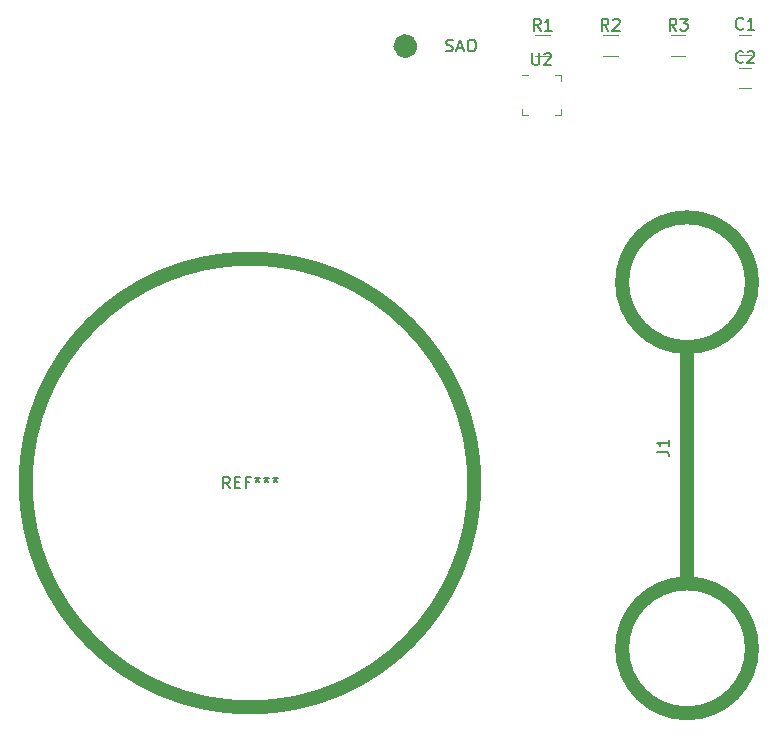
<source format=gbr>
%TF.GenerationSoftware,KiCad,Pcbnew,(5.1.6)-1*%
%TF.CreationDate,2020-10-14T00:10:15+11:00*%
%TF.ProjectId,MPR121 Template,4d505231-3231-4205-9465-6d706c617465,rev?*%
%TF.SameCoordinates,Original*%
%TF.FileFunction,Legend,Top*%
%TF.FilePolarity,Positive*%
%FSLAX46Y46*%
G04 Gerber Fmt 4.6, Leading zero omitted, Abs format (unit mm)*
G04 Created by KiCad (PCBNEW (5.1.6)-1) date 2020-10-14 00:10:15*
%MOMM*%
%LPD*%
G01*
G04 APERTURE LIST*
%ADD10C,1.200000*%
%ADD11C,0.120000*%
%ADD12C,1.250000*%
%ADD13C,0.150000*%
G04 APERTURE END LIST*
D10*
%TO.C,REF\u002A\u002A\u002A*%
X107000000Y-95000000D02*
G75*
G03*
X107000000Y-95000000I-19000000J0D01*
G01*
D11*
%TO.C,C1*%
X130415001Y-57060001D02*
X129415001Y-57060001D01*
X129415001Y-58760001D02*
X130415001Y-58760001D01*
%TO.C,C2*%
X130415001Y-59880001D02*
X129415001Y-59880001D01*
X129415001Y-61580001D02*
X130415001Y-61580001D01*
%TO.C,R1*%
X113365001Y-58820001D02*
X112165001Y-58820001D01*
X112165001Y-57060001D02*
X113365001Y-57060001D01*
%TO.C,R2*%
X119115001Y-58820001D02*
X117915001Y-58820001D01*
X117915001Y-57060001D02*
X119115001Y-57060001D01*
%TO.C,R3*%
X124865001Y-58820001D02*
X123665001Y-58820001D01*
X123665001Y-57060001D02*
X124865001Y-57060001D01*
D12*
%TO.C,U1*%
X101537001Y-58006001D02*
G75*
G03*
X101537001Y-58006001I-381000J0D01*
G01*
D11*
%TO.C,U2*%
X113825001Y-60495001D02*
X114325001Y-60495001D01*
X114325001Y-60495001D02*
X114325001Y-60995001D01*
X111505001Y-63815001D02*
X111005001Y-63815001D01*
X111005001Y-63815001D02*
X111005001Y-63315001D01*
X113825001Y-63815001D02*
X114325001Y-63815001D01*
X114325001Y-63815001D02*
X114325001Y-63315001D01*
X111005001Y-60495001D02*
X111505001Y-60495001D01*
D10*
%TO.C,J1*%
X125000000Y-103500000D02*
X125000000Y-83500000D01*
X130500000Y-78000000D02*
G75*
G03*
X130500000Y-78000000I-5500000J0D01*
G01*
X130500000Y-109000000D02*
G75*
G03*
X130500000Y-109000000I-5500000J0D01*
G01*
%TO.C,REF\u002A\u002A\u002A*%
D13*
X86285714Y-95452380D02*
X85952380Y-94976190D01*
X85714285Y-95452380D02*
X85714285Y-94452380D01*
X86095238Y-94452380D01*
X86190476Y-94500000D01*
X86238095Y-94547619D01*
X86285714Y-94642857D01*
X86285714Y-94785714D01*
X86238095Y-94880952D01*
X86190476Y-94928571D01*
X86095238Y-94976190D01*
X85714285Y-94976190D01*
X86714285Y-94928571D02*
X87047619Y-94928571D01*
X87190476Y-95452380D02*
X86714285Y-95452380D01*
X86714285Y-94452380D01*
X87190476Y-94452380D01*
X87952380Y-94928571D02*
X87619047Y-94928571D01*
X87619047Y-95452380D02*
X87619047Y-94452380D01*
X88095238Y-94452380D01*
X88619047Y-94452380D02*
X88619047Y-94690476D01*
X88380952Y-94595238D02*
X88619047Y-94690476D01*
X88857142Y-94595238D01*
X88476190Y-94880952D02*
X88619047Y-94690476D01*
X88761904Y-94880952D01*
X89380952Y-94452380D02*
X89380952Y-94690476D01*
X89142857Y-94595238D02*
X89380952Y-94690476D01*
X89619047Y-94595238D01*
X89238095Y-94880952D02*
X89380952Y-94690476D01*
X89523809Y-94880952D01*
X90142857Y-94452380D02*
X90142857Y-94690476D01*
X89904761Y-94595238D02*
X90142857Y-94690476D01*
X90380952Y-94595238D01*
X90000000Y-94880952D02*
X90142857Y-94690476D01*
X90285714Y-94880952D01*
%TO.C,C1*%
X129748334Y-56517143D02*
X129700715Y-56564762D01*
X129557858Y-56612381D01*
X129462620Y-56612381D01*
X129319762Y-56564762D01*
X129224524Y-56469524D01*
X129176905Y-56374286D01*
X129129286Y-56183810D01*
X129129286Y-56040953D01*
X129176905Y-55850477D01*
X129224524Y-55755239D01*
X129319762Y-55660001D01*
X129462620Y-55612381D01*
X129557858Y-55612381D01*
X129700715Y-55660001D01*
X129748334Y-55707620D01*
X130700715Y-56612381D02*
X130129286Y-56612381D01*
X130415001Y-56612381D02*
X130415001Y-55612381D01*
X130319762Y-55755239D01*
X130224524Y-55850477D01*
X130129286Y-55898096D01*
%TO.C,C2*%
X129748334Y-59337143D02*
X129700715Y-59384762D01*
X129557858Y-59432381D01*
X129462620Y-59432381D01*
X129319762Y-59384762D01*
X129224524Y-59289524D01*
X129176905Y-59194286D01*
X129129286Y-59003810D01*
X129129286Y-58860953D01*
X129176905Y-58670477D01*
X129224524Y-58575239D01*
X129319762Y-58480001D01*
X129462620Y-58432381D01*
X129557858Y-58432381D01*
X129700715Y-58480001D01*
X129748334Y-58527620D01*
X130129286Y-58527620D02*
X130176905Y-58480001D01*
X130272143Y-58432381D01*
X130510239Y-58432381D01*
X130605477Y-58480001D01*
X130653096Y-58527620D01*
X130700715Y-58622858D01*
X130700715Y-58718096D01*
X130653096Y-58860953D01*
X130081667Y-59432381D01*
X130700715Y-59432381D01*
%TO.C,R1*%
X112598334Y-56692381D02*
X112265001Y-56216191D01*
X112026905Y-56692381D02*
X112026905Y-55692381D01*
X112407858Y-55692381D01*
X112503096Y-55740001D01*
X112550715Y-55787620D01*
X112598334Y-55882858D01*
X112598334Y-56025715D01*
X112550715Y-56120953D01*
X112503096Y-56168572D01*
X112407858Y-56216191D01*
X112026905Y-56216191D01*
X113550715Y-56692381D02*
X112979286Y-56692381D01*
X113265001Y-56692381D02*
X113265001Y-55692381D01*
X113169762Y-55835239D01*
X113074524Y-55930477D01*
X112979286Y-55978096D01*
%TO.C,R2*%
X118348334Y-56692381D02*
X118015001Y-56216191D01*
X117776905Y-56692381D02*
X117776905Y-55692381D01*
X118157858Y-55692381D01*
X118253096Y-55740001D01*
X118300715Y-55787620D01*
X118348334Y-55882858D01*
X118348334Y-56025715D01*
X118300715Y-56120953D01*
X118253096Y-56168572D01*
X118157858Y-56216191D01*
X117776905Y-56216191D01*
X118729286Y-55787620D02*
X118776905Y-55740001D01*
X118872143Y-55692381D01*
X119110239Y-55692381D01*
X119205477Y-55740001D01*
X119253096Y-55787620D01*
X119300715Y-55882858D01*
X119300715Y-55978096D01*
X119253096Y-56120953D01*
X118681667Y-56692381D01*
X119300715Y-56692381D01*
%TO.C,R3*%
X124098334Y-56692381D02*
X123765001Y-56216191D01*
X123526905Y-56692381D02*
X123526905Y-55692381D01*
X123907858Y-55692381D01*
X124003096Y-55740001D01*
X124050715Y-55787620D01*
X124098334Y-55882858D01*
X124098334Y-56025715D01*
X124050715Y-56120953D01*
X124003096Y-56168572D01*
X123907858Y-56216191D01*
X123526905Y-56216191D01*
X124431667Y-55692381D02*
X125050715Y-55692381D01*
X124717381Y-56073334D01*
X124860239Y-56073334D01*
X124955477Y-56120953D01*
X125003096Y-56168572D01*
X125050715Y-56263810D01*
X125050715Y-56501905D01*
X125003096Y-56597143D01*
X124955477Y-56644762D01*
X124860239Y-56692381D01*
X124574524Y-56692381D01*
X124479286Y-56644762D01*
X124431667Y-56597143D01*
%TO.C,U1*%
X104616905Y-58410762D02*
X104759762Y-58458381D01*
X104997858Y-58458381D01*
X105093096Y-58410762D01*
X105140715Y-58363143D01*
X105188334Y-58267905D01*
X105188334Y-58172667D01*
X105140715Y-58077429D01*
X105093096Y-58029810D01*
X104997858Y-57982191D01*
X104807381Y-57934572D01*
X104712143Y-57886953D01*
X104664524Y-57839334D01*
X104616905Y-57744096D01*
X104616905Y-57648858D01*
X104664524Y-57553620D01*
X104712143Y-57506001D01*
X104807381Y-57458381D01*
X105045477Y-57458381D01*
X105188334Y-57506001D01*
X105569286Y-58172667D02*
X106045477Y-58172667D01*
X105474048Y-58458381D02*
X105807381Y-57458381D01*
X106140715Y-58458381D01*
X106664524Y-57458381D02*
X106855001Y-57458381D01*
X106950239Y-57506001D01*
X107045477Y-57601239D01*
X107093096Y-57791715D01*
X107093096Y-58125048D01*
X107045477Y-58315524D01*
X106950239Y-58410762D01*
X106855001Y-58458381D01*
X106664524Y-58458381D01*
X106569286Y-58410762D01*
X106474048Y-58315524D01*
X106426429Y-58125048D01*
X106426429Y-57791715D01*
X106474048Y-57601239D01*
X106569286Y-57506001D01*
X106664524Y-57458381D01*
%TO.C,U2*%
X111903096Y-58607381D02*
X111903096Y-59416905D01*
X111950715Y-59512143D01*
X111998334Y-59559762D01*
X112093572Y-59607381D01*
X112284048Y-59607381D01*
X112379286Y-59559762D01*
X112426905Y-59512143D01*
X112474524Y-59416905D01*
X112474524Y-58607381D01*
X112903096Y-58702620D02*
X112950715Y-58655001D01*
X113045953Y-58607381D01*
X113284048Y-58607381D01*
X113379286Y-58655001D01*
X113426905Y-58702620D01*
X113474524Y-58797858D01*
X113474524Y-58893096D01*
X113426905Y-59035953D01*
X112855477Y-59607381D01*
X113474524Y-59607381D01*
%TO.C,J1*%
X122452380Y-92333333D02*
X123166666Y-92333333D01*
X123309523Y-92380952D01*
X123404761Y-92476190D01*
X123452380Y-92619047D01*
X123452380Y-92714285D01*
X123452380Y-91333333D02*
X123452380Y-91904761D01*
X123452380Y-91619047D02*
X122452380Y-91619047D01*
X122595238Y-91714285D01*
X122690476Y-91809523D01*
X122738095Y-91904761D01*
%TD*%
M02*

</source>
